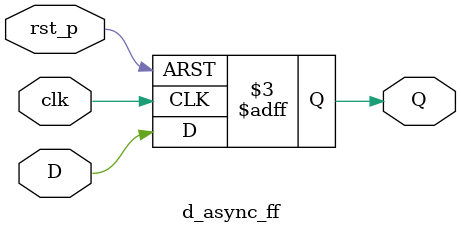
<source format=v>
`timescale 1ns / 1ps


module d_async_ff(
    input clk,
    input rst_p,
    input D,
    output reg Q
    );
    always @(posedge clk or negedge rst_p) begin
        if(!rst_p) Q <= 1'b0;
        else Q <= D;
    end
endmodule

</source>
